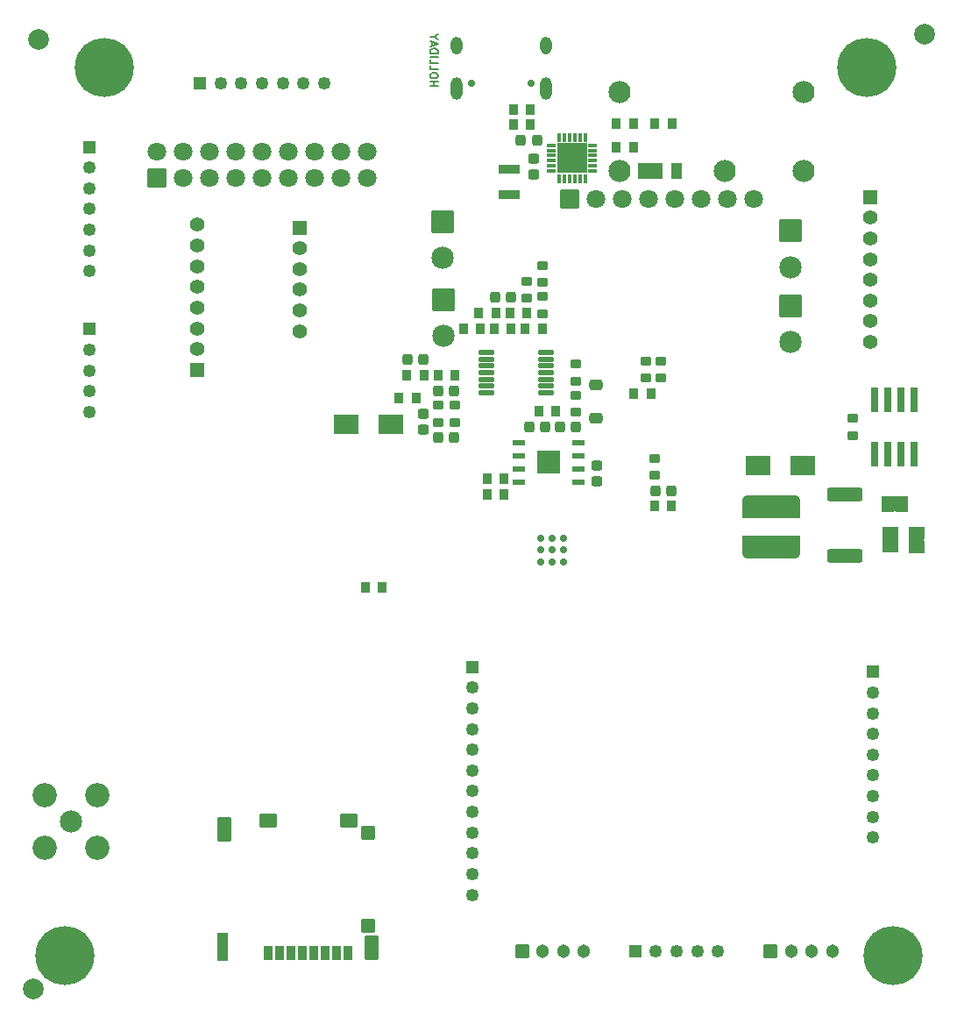
<source format=gbs>
%TF.GenerationSoftware,KiCad,Pcbnew,9.0.1*%
%TF.CreationDate,2025-04-05T16:28:44-07:00*%
%TF.ProjectId,mainboard,6d61696e-626f-4617-9264-2e6b69636164,6.4*%
%TF.SameCoordinates,Original*%
%TF.FileFunction,Soldermask,Bot*%
%TF.FilePolarity,Negative*%
%FSLAX45Y45*%
G04 Gerber Fmt 4.5, Leading zero omitted, Abs format (unit mm)*
G04 Created by KiCad (PCBNEW 9.0.1) date 2025-04-05 16:28:44*
%MOMM*%
%LPD*%
G01*
G04 APERTURE LIST*
G04 Aperture macros list*
%AMRoundRect*
0 Rectangle with rounded corners*
0 $1 Rounding radius*
0 $2 $3 $4 $5 $6 $7 $8 $9 X,Y pos of 4 corners*
0 Add a 4 corners polygon primitive as box body*
4,1,4,$2,$3,$4,$5,$6,$7,$8,$9,$2,$3,0*
0 Add four circle primitives for the rounded corners*
1,1,$1+$1,$2,$3*
1,1,$1+$1,$4,$5*
1,1,$1+$1,$6,$7*
1,1,$1+$1,$8,$9*
0 Add four rect primitives between the rounded corners*
20,1,$1+$1,$2,$3,$4,$5,0*
20,1,$1+$1,$4,$5,$6,$7,0*
20,1,$1+$1,$6,$7,$8,$9,0*
20,1,$1+$1,$8,$9,$2,$3,0*%
%AMFreePoly0*
4,1,35,1.110921,2.785921,1.125800,2.750000,1.125800,-2.750000,1.110921,-2.785921,1.075000,-2.800800,-0.537500,-2.800800,-0.543557,-2.800438,-0.670818,-2.785155,-0.683397,-2.781975,-0.819570,-2.728276,-0.831629,-2.721496,-0.948265,-2.633048,-0.958048,-2.623265,-1.046496,-2.506629,-1.053276,-2.494570,-1.106975,-2.358397,-1.110155,-2.345818,-1.125438,-2.218557,-1.125800,-2.212500,-1.125800,2.212500,
-1.125438,2.218557,-1.110155,2.345818,-1.106975,2.358397,-1.053276,2.494570,-1.046496,2.506629,-0.958048,2.623265,-0.948265,2.633048,-0.831629,2.721496,-0.819570,2.728276,-0.683397,2.781975,-0.670818,2.785155,-0.543557,2.800438,-0.537500,2.800800,1.075000,2.800800,1.110921,2.785921,1.110921,2.785921,$1*%
%AMFreePoly1*
4,1,35,0.543557,2.800438,0.670818,2.785155,0.683397,2.781975,0.819570,2.728276,0.831629,2.721496,0.948265,2.633048,0.958048,2.623265,1.046496,2.506629,1.053276,2.494570,1.106975,2.358397,1.110155,2.345818,1.125438,2.218557,1.125800,2.212500,1.125800,-2.212500,1.125438,-2.218557,1.110155,-2.345818,1.106975,-2.358397,1.053276,-2.494570,1.046496,-2.506629,0.958048,-2.623265,
0.948265,-2.633048,0.831629,-2.721496,0.819570,-2.728276,0.683397,-2.781975,0.670818,-2.785155,0.543557,-2.800438,0.537500,-2.800800,-1.075000,-2.800800,-1.110921,-2.785921,-1.125800,-2.750000,-1.125800,2.750000,-1.110921,2.785921,-1.075000,2.800800,0.537500,2.800800,0.543557,2.800438,0.543557,2.800438,$1*%
G04 Aperture macros list end*
%ADD10C,0.190500*%
%ADD11C,5.701600*%
%ADD12C,2.133600*%
%ADD13C,2.151600*%
%ADD14C,2.351600*%
%ADD15RoundRect,0.063500X-1.016000X1.016000X-1.016000X-1.016000X1.016000X-1.016000X1.016000X1.016000X0*%
%ADD16C,2.159000*%
%ADD17C,0.701600*%
%ADD18O,1.101600X2.201600*%
%ADD19O,1.101600X1.701600*%
%ADD20RoundRect,0.050800X0.575000X0.575000X-0.575000X0.575000X-0.575000X-0.575000X0.575000X-0.575000X0*%
%ADD21C,1.251600*%
%ADD22RoundRect,0.050800X0.575000X-0.575000X0.575000X0.575000X-0.575000X0.575000X-0.575000X-0.575000X0*%
%ADD23RoundRect,0.050800X0.654000X-0.654000X0.654000X0.654000X-0.654000X0.654000X-0.654000X-0.654000X0*%
%ADD24C,1.409600*%
%ADD25RoundRect,0.076200X-0.575000X-0.575000X0.575000X-0.575000X0.575000X0.575000X-0.575000X0.575000X0*%
%ADD26C,1.302400*%
%ADD27RoundRect,0.050800X-0.654000X0.654000X-0.654000X-0.654000X0.654000X-0.654000X0.654000X0.654000X0*%
%ADD28RoundRect,0.063500X-0.400000X-0.620000X0.400000X-0.620000X0.400000X0.620000X-0.400000X0.620000X0*%
%ADD29RoundRect,0.063500X-0.580000X-0.600000X0.580000X-0.600000X0.580000X0.600000X-0.580000X0.600000X0*%
%ADD30RoundRect,0.063500X-0.475000X-1.250000X0.475000X-1.250000X0.475000X1.250000X-0.475000X1.250000X0*%
%ADD31RoundRect,0.063500X-0.575000X-1.100000X0.575000X-1.100000X0.575000X1.100000X-0.575000X1.100000X0*%
%ADD32RoundRect,0.063500X-0.750000X-0.575000X0.750000X-0.575000X0.750000X0.575000X-0.750000X0.575000X0*%
%ADD33RoundRect,0.063500X-0.580000X-0.625000X0.580000X-0.625000X0.580000X0.625000X-0.580000X0.625000X0*%
%ADD34C,2.000000*%
%ADD35RoundRect,0.225400X-0.225400X-0.300400X0.225400X-0.300400X0.225400X0.300400X-0.225400X0.300400X0*%
%ADD36RoundRect,0.050800X0.150000X0.400000X-0.150000X0.400000X-0.150000X-0.400000X0.150000X-0.400000X0*%
%ADD37RoundRect,0.050800X-0.400000X0.150000X-0.400000X-0.150000X0.400000X-0.150000X0.400000X0.150000X0*%
%ADD38RoundRect,0.050800X-1.400000X1.400000X-1.400000X-1.400000X1.400000X-1.400000X1.400000X1.400000X0*%
%ADD39RoundRect,0.225400X0.225400X0.300400X-0.225400X0.300400X-0.225400X-0.300400X0.225400X-0.300400X0*%
%ADD40RoundRect,0.250400X0.275400X-0.250400X0.275400X0.250400X-0.275400X0.250400X-0.275400X-0.250400X0*%
%ADD41RoundRect,0.200155X-0.850645X0.250645X-0.850645X-0.250645X0.850645X-0.250645X0.850645X0.250645X0*%
%ADD42RoundRect,0.063500X-0.450000X-0.700000X0.450000X-0.700000X0.450000X0.700000X-0.450000X0.700000X0*%
%ADD43RoundRect,0.063500X-1.100000X-0.700000X1.100000X-0.700000X1.100000X0.700000X-1.100000X0.700000X0*%
%ADD44RoundRect,0.050800X-0.850000X0.850000X-0.850000X-0.850000X0.850000X-0.850000X0.850000X0.850000X0*%
%ADD45C,1.801600*%
%ADD46RoundRect,0.225400X0.300400X-0.225400X0.300400X0.225400X-0.300400X0.225400X-0.300400X-0.225400X0*%
%ADD47RoundRect,0.050800X-0.750000X0.500000X-0.750000X-0.500000X0.750000X-0.500000X0.750000X0.500000X0*%
%ADD48RoundRect,0.250400X-0.250400X-0.275400X0.250400X-0.275400X0.250400X0.275400X-0.250400X0.275400X0*%
%ADD49RoundRect,0.225400X-0.300400X0.225400X-0.300400X-0.225400X0.300400X-0.225400X0.300400X0.225400X0*%
%ADD50RoundRect,0.250400X0.250400X0.275400X-0.250400X0.275400X-0.250400X-0.275400X0.250400X-0.275400X0*%
%ADD51FreePoly0,270.000000*%
%ADD52FreePoly1,270.000000*%
%ADD53RoundRect,0.050800X1.175000X-0.850000X1.175000X0.850000X-1.175000X0.850000X-1.175000X-0.850000X0*%
%ADD54RoundRect,0.050800X-0.304800X-1.104900X0.304800X-1.104900X0.304800X1.104900X-0.304800X1.104900X0*%
%ADD55RoundRect,0.270735X-1.455065X0.392565X-1.455065X-0.392565X1.455065X-0.392565X1.455065X0.392565X0*%
%ADD56RoundRect,0.125400X-0.662900X-0.125400X0.662900X-0.125400X0.662900X0.125400X-0.662900X0.125400X0*%
%ADD57RoundRect,0.063500X-0.525000X-0.225000X0.525000X-0.225000X0.525000X0.225000X-0.525000X0.225000X0*%
%ADD58RoundRect,0.063500X-1.050000X1.050000X-1.050000X-1.050000X1.050000X-1.050000X1.050000X1.050000X0*%
%ADD59RoundRect,0.050800X0.500000X0.750000X-0.500000X0.750000X-0.500000X-0.750000X0.500000X-0.750000X0*%
%ADD60RoundRect,0.250400X-0.275400X0.250400X-0.275400X-0.250400X0.275400X-0.250400X0.275400X0.250400X0*%
%ADD61RoundRect,0.250400X-0.400400X0.250400X-0.400400X-0.250400X0.400400X-0.250400X0.400400X0.250400X0*%
G04 APERTURE END LIST*
D10*
X13865739Y-5934928D02*
X13941939Y-5934928D01*
X13905653Y-5934928D02*
X13905653Y-5891386D01*
X13865739Y-5891386D02*
X13941939Y-5891386D01*
X13941939Y-5840586D02*
X13941939Y-5826071D01*
X13941939Y-5826071D02*
X13938310Y-5818814D01*
X13938310Y-5818814D02*
X13931053Y-5811557D01*
X13931053Y-5811557D02*
X13916539Y-5807928D01*
X13916539Y-5807928D02*
X13891139Y-5807928D01*
X13891139Y-5807928D02*
X13876625Y-5811557D01*
X13876625Y-5811557D02*
X13869368Y-5818814D01*
X13869368Y-5818814D02*
X13865739Y-5826071D01*
X13865739Y-5826071D02*
X13865739Y-5840586D01*
X13865739Y-5840586D02*
X13869368Y-5847843D01*
X13869368Y-5847843D02*
X13876625Y-5855100D01*
X13876625Y-5855100D02*
X13891139Y-5858728D01*
X13891139Y-5858728D02*
X13916539Y-5858728D01*
X13916539Y-5858728D02*
X13931053Y-5855100D01*
X13931053Y-5855100D02*
X13938310Y-5847843D01*
X13938310Y-5847843D02*
X13941939Y-5840586D01*
X13865739Y-5738986D02*
X13865739Y-5775271D01*
X13865739Y-5775271D02*
X13941939Y-5775271D01*
X13865739Y-5677300D02*
X13865739Y-5713586D01*
X13865739Y-5713586D02*
X13941939Y-5713586D01*
X13865739Y-5651900D02*
X13941939Y-5651900D01*
X13865739Y-5615614D02*
X13941939Y-5615614D01*
X13941939Y-5615614D02*
X13941939Y-5597471D01*
X13941939Y-5597471D02*
X13938310Y-5586586D01*
X13938310Y-5586586D02*
X13931053Y-5579329D01*
X13931053Y-5579329D02*
X13923796Y-5575700D01*
X13923796Y-5575700D02*
X13909282Y-5572071D01*
X13909282Y-5572071D02*
X13898396Y-5572071D01*
X13898396Y-5572071D02*
X13883882Y-5575700D01*
X13883882Y-5575700D02*
X13876625Y-5579329D01*
X13876625Y-5579329D02*
X13869368Y-5586586D01*
X13869368Y-5586586D02*
X13865739Y-5597471D01*
X13865739Y-5597471D02*
X13865739Y-5615614D01*
X13887510Y-5543043D02*
X13887510Y-5506757D01*
X13865739Y-5550300D02*
X13941939Y-5524900D01*
X13941939Y-5524900D02*
X13865739Y-5499500D01*
X13902025Y-5459586D02*
X13865739Y-5459586D01*
X13941939Y-5484986D02*
X13902025Y-5459586D01*
X13902025Y-5459586D02*
X13941939Y-5434186D01*
%TO.C,JP3*%
G36*
X18240000Y-10300000D02*
G01*
X18390000Y-10300000D01*
X18390000Y-10330000D01*
X18240000Y-10330000D01*
X18240000Y-10300000D01*
G37*
%TO.C,JP2*%
G36*
X18490000Y-10302500D02*
G01*
X18640000Y-10302500D01*
X18640000Y-10332500D01*
X18490000Y-10332500D01*
X18490000Y-10302500D01*
G37*
%TO.C,JP1*%
G36*
X18372500Y-9892500D02*
G01*
X18342500Y-9892500D01*
X18342500Y-10042500D01*
X18372500Y-10042500D01*
X18372500Y-9892500D01*
G37*
%TD*%
D11*
%TO.C,H1*%
X10723610Y-5756410D03*
%TD*%
%TO.C,H2*%
X10342610Y-14329410D03*
%TD*%
%TO.C,H3*%
X18342610Y-14329410D03*
%TD*%
%TO.C,H4*%
X18089610Y-5756410D03*
%TD*%
D12*
%TO.C,U16*%
X15700000Y-6750000D03*
X15700000Y-5988000D03*
X16716000Y-6750000D03*
X17478000Y-5988000D03*
X17478000Y-6750000D03*
%TD*%
D13*
%TO.C,J7*%
X10394950Y-13036550D03*
D14*
X10648950Y-12782550D03*
X10140950Y-12782550D03*
X10648950Y-13290550D03*
X10140950Y-13290550D03*
%TD*%
D15*
%TO.C,J16*%
X17353280Y-8057220D03*
D16*
X17353280Y-8407220D03*
%TD*%
D15*
%TO.C,J18*%
X13995400Y-7995920D03*
D16*
X13995400Y-8345920D03*
%TD*%
D17*
%TO.C,J13*%
X14843700Y-5905300D03*
X14266700Y-5905300D03*
D18*
X14987200Y-5955300D03*
D19*
X14987200Y-5541300D03*
D18*
X14123200Y-5955300D03*
D19*
X14123200Y-5541300D03*
%TD*%
D15*
%TO.C,J8*%
X13990320Y-7244080D03*
D16*
X13990320Y-7594080D03*
%TD*%
D15*
%TO.C,J9*%
X17353280Y-7330780D03*
D16*
X17353280Y-7680780D03*
%TD*%
D17*
%TO.C,U2*%
X14932667Y-10301000D03*
X14932667Y-10414333D03*
X14932667Y-10527667D03*
X15046000Y-10301000D03*
X15046000Y-10414333D03*
X15046000Y-10527667D03*
X15159333Y-10301000D03*
X15159333Y-10414333D03*
X15159333Y-10527667D03*
%TD*%
D20*
%TO.C,J12*%
X15848400Y-14292000D03*
D21*
X16048400Y-14292000D03*
X16248400Y-14292000D03*
X16448400Y-14292000D03*
X16648400Y-14292000D03*
%TD*%
D22*
%TO.C,J15*%
X10580000Y-8280000D03*
D21*
X10580000Y-8480000D03*
X10580000Y-8680000D03*
X10580000Y-8880000D03*
X10580000Y-9080000D03*
%TD*%
D23*
%TO.C,J3*%
X18120000Y-7005000D03*
D24*
X18120000Y-7205000D03*
X18120000Y-7405000D03*
X18120000Y-7605000D03*
X18120000Y-7805000D03*
X18120000Y-8005000D03*
X18120000Y-8205000D03*
X18120000Y-8405000D03*
%TD*%
D22*
%TO.C,J5*%
X14272000Y-11543000D03*
D21*
X14272000Y-11743000D03*
X14272000Y-11943000D03*
X14272000Y-12143000D03*
X14272000Y-12343000D03*
X14272000Y-12543000D03*
X14272000Y-12743000D03*
X14272000Y-12943000D03*
X14272000Y-13143000D03*
X14272000Y-13343000D03*
X14272000Y-13543000D03*
X14272000Y-13743000D03*
%TD*%
D25*
%TO.C,J10*%
X14755000Y-14292000D03*
D26*
X14955000Y-14292000D03*
X15155000Y-14292000D03*
X15355000Y-14292000D03*
%TD*%
D23*
%TO.C,J19*%
X12610000Y-7300000D03*
D24*
X12610000Y-7500000D03*
X12610000Y-7700000D03*
X12610000Y-7900000D03*
X12610000Y-8100000D03*
X12610000Y-8300000D03*
%TD*%
D27*
%TO.C,J4*%
X11620500Y-8674000D03*
D24*
X11620500Y-8474000D03*
X11620500Y-8274000D03*
X11620500Y-8074000D03*
X11620500Y-7874000D03*
X11620500Y-7674000D03*
X11620500Y-7474000D03*
X11620500Y-7274000D03*
%TD*%
D22*
%TO.C,J20*%
X10575000Y-6521400D03*
D21*
X10575000Y-6721400D03*
X10575000Y-6921400D03*
X10575000Y-7121400D03*
X10575000Y-7321400D03*
X10575000Y-7521400D03*
X10575000Y-7721400D03*
%TD*%
D25*
%TO.C,J17*%
X17155000Y-14292000D03*
D26*
X17355000Y-14292000D03*
X17555000Y-14292000D03*
X17755000Y-14292000D03*
%TD*%
D20*
%TO.C,J21*%
X11645000Y-5905000D03*
D21*
X11845000Y-5905000D03*
X12045000Y-5905000D03*
X12245000Y-5905000D03*
X12445000Y-5905000D03*
X12645000Y-5905000D03*
X12845000Y-5905000D03*
%TD*%
D22*
%TO.C,J6*%
X18149100Y-11590000D03*
D21*
X18149100Y-11790000D03*
X18149100Y-11990000D03*
X18149100Y-12190000D03*
X18149100Y-12390000D03*
X18149100Y-12590000D03*
X18149100Y-12790000D03*
X18149100Y-12990000D03*
X18149100Y-13190000D03*
%TD*%
D28*
%TO.C,J1*%
X12301000Y-14305500D03*
X12411000Y-14305500D03*
X12521000Y-14305500D03*
X12631000Y-14305500D03*
X12741000Y-14305500D03*
X12851000Y-14305500D03*
X12961000Y-14305500D03*
X13071000Y-14305500D03*
D29*
X13265000Y-13142500D03*
D30*
X11866500Y-14242500D03*
D31*
X13305500Y-14257500D03*
X11876500Y-13109500D03*
D32*
X12307000Y-13030000D03*
X13085000Y-13030000D03*
D33*
X13265000Y-14042500D03*
%TD*%
D34*
%TO.C,REF1B*%
X18643600Y-5435600D03*
%TD*%
D35*
%TO.C,R40*%
X14670000Y-6160460D03*
X14835000Y-6160460D03*
%TD*%
D36*
%TO.C,U17*%
X15115000Y-6429400D03*
X15165000Y-6429400D03*
X15215000Y-6429400D03*
X15265000Y-6429400D03*
X15315000Y-6429400D03*
X15365000Y-6429400D03*
D37*
X15440000Y-6504400D03*
X15440000Y-6554400D03*
X15440000Y-6604400D03*
X15440000Y-6654400D03*
X15440000Y-6704400D03*
X15440000Y-6754400D03*
D36*
X15365000Y-6829400D03*
X15315000Y-6829400D03*
X15265000Y-6829400D03*
X15215000Y-6829400D03*
X15165000Y-6829400D03*
X15115000Y-6829400D03*
D37*
X15040000Y-6754400D03*
X15040000Y-6704400D03*
X15040000Y-6654400D03*
X15040000Y-6604400D03*
X15040000Y-6554400D03*
X15040000Y-6504400D03*
D38*
X15240000Y-6629400D03*
%TD*%
D39*
%TO.C,R36*%
X15830500Y-6527800D03*
X15665500Y-6527800D03*
%TD*%
D40*
%TO.C,C35*%
X14866620Y-6790000D03*
X14866620Y-6635000D03*
%TD*%
D39*
%TO.C,R35*%
X16203880Y-6294120D03*
X16038880Y-6294120D03*
%TD*%
D35*
%TO.C,R34*%
X15665500Y-6294120D03*
X15830500Y-6294120D03*
%TD*%
D39*
%TO.C,R39*%
X14835000Y-6307500D03*
X14670000Y-6307500D03*
%TD*%
D41*
%TO.C,L4*%
X14630000Y-6740000D03*
X14630000Y-6980000D03*
%TD*%
D42*
%TO.C,D4*%
X16246100Y-6750050D03*
D43*
X15991100Y-6750050D03*
%TD*%
D44*
%TO.C,J14*%
X15214600Y-7023100D03*
D45*
X15468600Y-7023100D03*
X15722600Y-7023100D03*
X15976600Y-7023100D03*
X16230600Y-7023100D03*
X16484600Y-7023100D03*
X16738600Y-7023100D03*
X16992600Y-7023100D03*
%TD*%
D39*
%TO.C,R51*%
X13407500Y-10775000D03*
X13242500Y-10775000D03*
%TD*%
D46*
%TO.C,R73*%
X16100000Y-8752500D03*
X16100000Y-8587500D03*
%TD*%
D34*
%TO.C,REF2B*%
X10083800Y-5486400D03*
%TD*%
D46*
%TO.C,R74*%
X15950000Y-8752500D03*
X15950000Y-8587500D03*
%TD*%
%TO.C,R64*%
X15275000Y-8782500D03*
X15275000Y-8617500D03*
%TD*%
D35*
%TO.C,R63*%
X14917500Y-9075000D03*
X15082500Y-9075000D03*
%TD*%
D39*
%TO.C,R76*%
X14952500Y-8275000D03*
X14787500Y-8275000D03*
%TD*%
%TO.C,R78*%
X14652500Y-8275000D03*
X14487500Y-8275000D03*
%TD*%
D46*
%TO.C,R60*%
X17950000Y-9307500D03*
X17950000Y-9142500D03*
%TD*%
D47*
%TO.C,JP3*%
X18315000Y-10250000D03*
X18315000Y-10380000D03*
%TD*%
D39*
%TO.C,R80*%
X14352500Y-8275000D03*
X14187500Y-8275000D03*
%TD*%
D48*
%TO.C,C54*%
X14492500Y-7975000D03*
X14647500Y-7975000D03*
%TD*%
D35*
%TO.C,R4*%
X14417500Y-9725000D03*
X14582500Y-9725000D03*
%TD*%
D49*
%TO.C,R75*%
X14950000Y-7967500D03*
X14950000Y-8132500D03*
%TD*%
%TO.C,R1*%
X16040000Y-9527500D03*
X16040000Y-9692500D03*
%TD*%
%TO.C,R56*%
X14104500Y-9017500D03*
X14104500Y-9182500D03*
%TD*%
D39*
%TO.C,R2*%
X16199000Y-9990000D03*
X16034000Y-9990000D03*
%TD*%
D48*
%TO.C,C42*%
X14822500Y-9225000D03*
X14977500Y-9225000D03*
%TD*%
D35*
%TO.C,R22*%
X15837500Y-8900000D03*
X16002500Y-8900000D03*
%TD*%
D50*
%TO.C,C51*%
X15277500Y-9225000D03*
X15122500Y-9225000D03*
%TD*%
D48*
%TO.C,C30*%
X13647500Y-8575000D03*
X13802500Y-8575000D03*
%TD*%
D35*
%TO.C,R81*%
X13567500Y-8950000D03*
X13732500Y-8950000D03*
%TD*%
D48*
%TO.C,C52*%
X13947500Y-8875000D03*
X14102500Y-8875000D03*
%TD*%
D51*
%TO.C,L3*%
X17160000Y-9997500D03*
D52*
X17160000Y-10382500D03*
%TD*%
D35*
%TO.C,R54*%
X13642500Y-8725000D03*
X13807500Y-8725000D03*
%TD*%
D47*
%TO.C,JP2*%
X18565000Y-10252500D03*
X18565000Y-10382500D03*
%TD*%
D34*
%TO.C,REF3B*%
X10033000Y-14655800D03*
%TD*%
D53*
%TO.C,D3*%
X17465000Y-9601200D03*
X17035000Y-9601200D03*
%TD*%
D46*
%TO.C,R62*%
X13950000Y-9182500D03*
X13950000Y-9017500D03*
%TD*%
D35*
%TO.C,R53*%
X13942500Y-8725000D03*
X14107500Y-8725000D03*
%TD*%
D48*
%TO.C,C41*%
X13947500Y-9325000D03*
X14102500Y-9325000D03*
%TD*%
D39*
%TO.C,R79*%
X14502500Y-8125000D03*
X14337500Y-8125000D03*
%TD*%
D54*
%TO.C,Q10*%
X18159500Y-8963380D03*
X18286500Y-8963380D03*
X18413500Y-8963380D03*
X18540500Y-8963380D03*
X18540500Y-9486620D03*
X18413500Y-9486620D03*
X18286500Y-9486620D03*
X18159500Y-9486620D03*
%TD*%
D49*
%TO.C,R69*%
X14950000Y-7667500D03*
X14950000Y-7832500D03*
%TD*%
D48*
%TO.C,C33*%
X14745000Y-6457500D03*
X14900000Y-6457500D03*
%TD*%
D55*
%TO.C,R19*%
X17876520Y-9876450D03*
X17876520Y-10468950D03*
%TD*%
D56*
%TO.C,U7*%
X14413750Y-8895000D03*
X14413750Y-8830000D03*
X14413750Y-8765000D03*
X14413750Y-8700000D03*
X14413750Y-8635000D03*
X14413750Y-8570000D03*
X14413750Y-8505000D03*
X14986250Y-8505000D03*
X14986250Y-8570000D03*
X14986250Y-8635000D03*
X14986250Y-8700000D03*
X14986250Y-8765000D03*
X14986250Y-8830000D03*
X14986250Y-8895000D03*
%TD*%
D57*
%TO.C,U3*%
X14728500Y-9756000D03*
X14728500Y-9629000D03*
X14728500Y-9502000D03*
X14728500Y-9375000D03*
X15298500Y-9375000D03*
X15298500Y-9502000D03*
X15298500Y-9629000D03*
X15298500Y-9756000D03*
D58*
X15013500Y-9565500D03*
%TD*%
D53*
%TO.C,D7*%
X13490000Y-9200000D03*
X13060000Y-9200000D03*
%TD*%
D39*
%TO.C,R77*%
X14802500Y-8125000D03*
X14637500Y-8125000D03*
%TD*%
D59*
%TO.C,JP1*%
X18422500Y-9967500D03*
X18292500Y-9967500D03*
%TD*%
D60*
%TO.C,C53*%
X13800000Y-9097500D03*
X13800000Y-9252500D03*
%TD*%
D49*
%TO.C,R68*%
X15275000Y-8917500D03*
X15275000Y-9082500D03*
%TD*%
%TO.C,R70*%
X14800000Y-7817500D03*
X14800000Y-7982500D03*
%TD*%
D44*
%TO.C,J11*%
X11228000Y-6824000D03*
D45*
X11228000Y-6570000D03*
X11482000Y-6824000D03*
X11482000Y-6570000D03*
X11736000Y-6824000D03*
X11736000Y-6570000D03*
X11990000Y-6824000D03*
X11990000Y-6570000D03*
X12244000Y-6824000D03*
X12244000Y-6570000D03*
X12498000Y-6824000D03*
X12498000Y-6570000D03*
X12752000Y-6824000D03*
X12752000Y-6570000D03*
X13006000Y-6824000D03*
X13006000Y-6570000D03*
X13260000Y-6824000D03*
X13260000Y-6570000D03*
%TD*%
D39*
%TO.C,R21*%
X14582500Y-9875000D03*
X14417500Y-9875000D03*
%TD*%
D61*
%TO.C,D6*%
X15470000Y-8815000D03*
X15470000Y-9145000D03*
%TD*%
D40*
%TO.C,C7*%
X15475000Y-9752500D03*
X15475000Y-9597500D03*
%TD*%
D48*
%TO.C,C3*%
X16042500Y-9840000D03*
X16197500Y-9840000D03*
%TD*%
M02*

</source>
